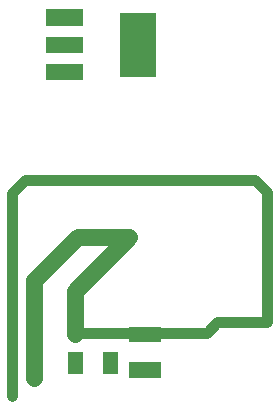
<source format=gbr>
G04 start of page 11 for group -4014 idx -4014 *
G04 Title: (unknown), bottompaste *
G04 Creator: pcb 20140316 *
G04 CreationDate: Wed 25 Mar 2015 04:01:29 PM GMT UTC *
G04 For: fosse *
G04 Format: Gerber/RS-274X *
G04 PCB-Dimensions (mil): 1250.00 2150.00 *
G04 PCB-Coordinate-Origin: lower left *
%MOIN*%
%FSLAX25Y25*%
%LNBOTTOMPASTE*%
%ADD74C,0.0550*%
%ADD73C,0.0350*%
%ADD72R,0.0512X0.0512*%
%ADD71R,0.1220X0.1220*%
%ADD70R,0.0560X0.0560*%
G54D70*X32300Y134000D02*X38900D01*
X32300Y143000D02*X38900D01*
X32300Y152100D02*X38900D01*
G54D71*X60000Y147500D02*Y138500D01*
G54D72*X39095Y38181D02*Y35819D01*
X50905Y38181D02*Y35819D01*
X59745Y34595D02*X65255D01*
X59745Y46405D02*X65255D01*
G54D73*X103000Y94000D02*Y50500D01*
X99000Y98000D02*X103000Y94000D01*
X18000Y93500D02*X22500Y98000D01*
X99000D01*
G54D74*X25500Y64500D02*Y32000D01*
Y64500D02*X40000Y79000D01*
G54D73*X18000Y93500D02*Y26000D01*
X86500Y50500D02*X103000D01*
X83000Y47000D02*X86500Y50500D01*
X40000Y47000D02*X83000D01*
G54D74*X40000Y79000D02*X57000D01*
X39095Y56095D02*Y46750D01*
Y61095D02*Y55595D01*
Y61095D02*X57000Y79000D01*
M02*

</source>
